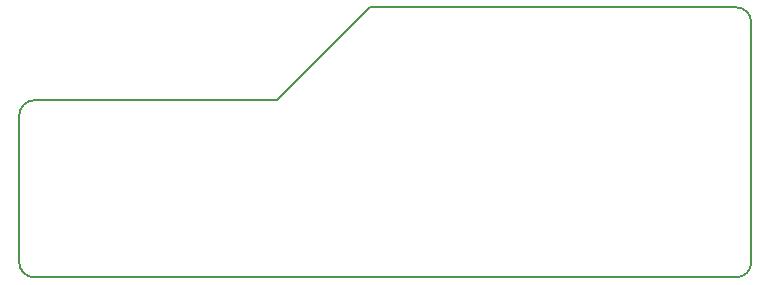
<source format=gbr>
G04 #@! TF.FileFunction,Profile,NP*
%FSLAX46Y46*%
G04 Gerber Fmt 4.6, Leading zero omitted, Abs format (unit mm)*
G04 Created by KiCad (PCBNEW 4.0.7-e2-6376~58~ubuntu16.04.1) date Sat Feb  3 17:42:28 2018*
%MOMM*%
%LPD*%
G01*
G04 APERTURE LIST*
%ADD10C,0.100000*%
%ADD11C,0.150000*%
G04 APERTURE END LIST*
D10*
D11*
X165100000Y-108458000D02*
X144526000Y-108458000D01*
X172974000Y-100584000D02*
X203962000Y-100584000D01*
X172974000Y-100584000D02*
X165100000Y-108458000D01*
X143256000Y-122174000D02*
X143256000Y-109728000D01*
X203962000Y-123444000D02*
X144526000Y-123444000D01*
X205232000Y-122174000D02*
X205232000Y-101854000D01*
X143256000Y-122174000D02*
G75*
G03X144526000Y-123444000I1270000J0D01*
G01*
X144526000Y-108458000D02*
G75*
G03X143256000Y-109728000I0J-1270000D01*
G01*
X205232000Y-101854000D02*
G75*
G03X203962000Y-100584000I-1270000J0D01*
G01*
X203962000Y-123444000D02*
G75*
G03X205232000Y-122174000I0J1270000D01*
G01*
M02*

</source>
